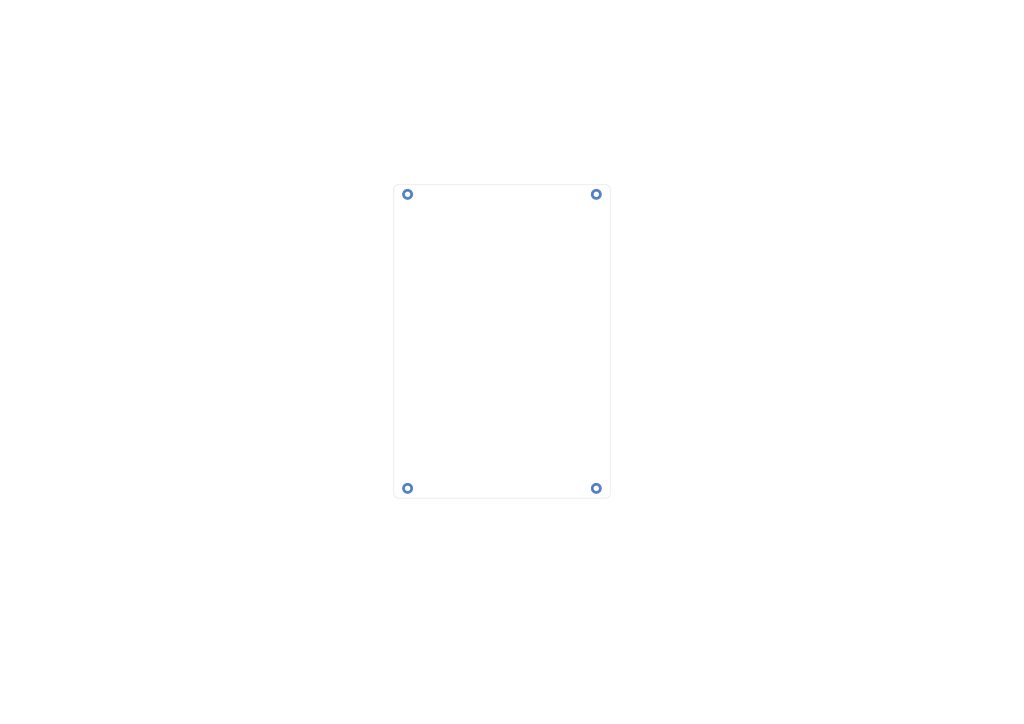
<source format=kicad_pcb>
(kicad_pcb (version 20241229) (generator "pcbnew") (generator_version "9.0")
  (title_block (title "DeltaForm_Plate") (date "2025-07-08") (rev "0.4.3") (company "Allen Choi"))
  (layers (0 "F.Cu" signal) (2 "B.Cu" signal) (13 "F.Paste" user) (15 "B.Paste" user) (5 "F.SilkS" user "F.Silkscreen") (7 "B.SilkS" user "B.Silkscreen") (1 "F.Mask" user) (3 "B.Mask" user) (25 "Edge.Cuts" user))
  (net 0 "")
  (net 1 "GND")
  (footprint "TB2086_MISC:MountingHole_2.2mm_M2_Pad" (layer "F.Cu") (at 167.175 200.3)
    (property "Reference" "H4" (hide yes))
    (property "Value" "MountingHole_2.2mm_M2_Pad")
    (pad "1" thru_hole circle (at 0 0) (size 4.4 4.4) (drill 2.2) (layers "*.Cu" "*.Mask") (net 1 "GND"))
  )
  (footprint "TB2086_MISC:MountingHole_2.2mm_M2_Pad" (layer "F.Cu") (at 244.575 200.3)
    (property "Reference" "H3" (hide yes))
    (property "Value" "MountingHole_2.2mm_M2_Pad")
    (pad "1" thru_hole circle (at 0 0) (size 4.4 4.4) (drill 2.2) (layers "*.Cu" "*.Mask") (net 1 "GND"))
  )
  (footprint "TB2086_MISC:MountingHole_2.2mm_M2_Pad" (layer "F.Cu") (at 244.575 79.7125)
    (property "Reference" "H2" (hide yes))
    (property "Value" "MountingHole_2.2mm_M2_Pad")
    (pad "1" thru_hole circle (at 0 0) (size 4.4 4.4) (drill 2.2) (layers "*.Cu" "*.Mask") (net 1 "GND"))
  )
  (footprint "TB2086_MISC:MountingHole_2.2mm_M2_Pad" (layer "F.Cu") (at 167.175 79.7125)
    (property "Reference" "H1" (hide yes))
    (property "Value" "MountingHole_2.2mm_M2_Pad")
    (pad "1" thru_hole circle (at 0 0) (size 4.4 4.4) (drill 2.2) (layers "*.Cu" "*.Mask") (net 1 "GND"))
  )
  (gr_line (start 163.475 75.7125) (end 248.275 75.7125) (stroke (width 0.15)) (layer "Edge.Cuts"))
  (gr_line (start 250.275 77.7125) (end 250.275 202.3) (stroke (width 0.15)) (layer "Edge.Cuts"))
  (gr_line (start 161.475 202.3) (end 161.475 77.7125) (stroke (width 0.15)) (layer "Edge.Cuts"))
  (gr_arc (start 163.475 204.3) (mid 162.060786 203.714214) (end 161.475 202.3) (stroke (width 0.15)) (layer "Edge.Cuts"))
  (gr_arc (start 161.475 77.7125) (mid 162.060786 76.298286) (end 163.475 75.7125) (stroke (width 0.15)) (layer "Edge.Cuts"))
  (gr_line (start 248.275 204.3) (end 163.475 204.3) (stroke (width 0.15)) (layer "Edge.Cuts"))
  (gr_arc (start 248.275 75.7125) (mid 249.689214 76.298286) (end 250.275 77.7125) (stroke (width 0.15)) (layer "Edge.Cuts"))
  (gr_arc (start 250.275 202.3) (mid 249.689214 203.714214) (end 248.275 204.3) (stroke (width 0.15)) (layer "Edge.Cuts"))
)
</source>
